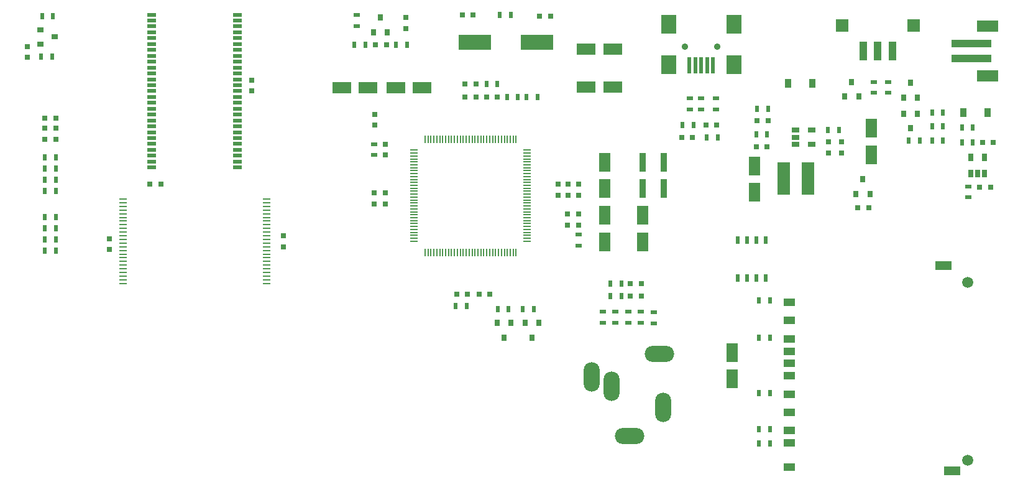
<source format=gbr>
G04 #@! TF.FileFunction,Soldermask,Top*
%FSLAX46Y46*%
G04 Gerber Fmt 4.6, Leading zero omitted, Abs format (unit mm)*
G04 Created by KiCad (PCBNEW 4.0.6) date Wednesday, January 03, 2018 'AMt' 09:08:23 AM*
%MOMM*%
%LPD*%
G01*
G04 APERTURE LIST*
%ADD10C,0.100000*%
%ADD11R,5.500000X1.000000*%
%ADD12R,3.000000X1.600000*%
%ADD13R,0.800000X0.750000*%
%ADD14R,0.750000X0.800000*%
%ADD15R,2.600000X1.600000*%
%ADD16R,1.600000X2.600000*%
%ADD17R,0.900000X1.200000*%
%ADD18R,0.500000X2.300000*%
%ADD19R,2.000000X2.500000*%
%ADD20C,0.900000*%
%ADD21R,0.900000X0.500000*%
%ADD22R,0.500000X0.900000*%
%ADD23R,0.800000X0.900000*%
%ADD24R,0.900000X0.800000*%
%ADD25R,1.700000X1.700000*%
%ADD26R,1.000000X2.550000*%
%ADD27R,0.650000X1.060000*%
%ADD28R,1.000000X0.200000*%
%ADD29R,0.200000X1.000000*%
%ADD30R,1.060000X0.650000*%
%ADD31R,1.100000X0.250000*%
%ADD32R,1.200000X0.600000*%
%ADD33O,2.200000X4.000000*%
%ADD34O,4.000000X2.200000*%
%ADD35R,1.500000X1.000000*%
%ADD36R,2.200000X1.200000*%
%ADD37C,1.500000*%
%ADD38R,4.500000X2.000000*%
%ADD39R,1.750000X4.500000*%
%ADD40R,0.500000X1.100000*%
%ADD41R,0.900000X2.500000*%
G04 APERTURE END LIST*
D10*
D11*
X202646500Y-67580000D03*
X202646500Y-69580000D03*
D12*
X204896500Y-65180000D03*
X204896500Y-71980000D03*
D13*
X204164500Y-81026000D03*
X205664500Y-81026000D03*
D14*
X122809000Y-87896000D03*
X122809000Y-89396000D03*
X121285000Y-87896000D03*
X121285000Y-89396000D03*
X122847100Y-82753900D03*
X122847100Y-81253900D03*
D15*
X116881500Y-73596500D03*
X120481500Y-73596500D03*
X127847500Y-73596500D03*
X124247500Y-73596500D03*
D14*
X121373900Y-77189900D03*
X121373900Y-78689900D03*
D13*
X122987500Y-67754500D03*
X121487500Y-67754500D03*
X166509000Y-78676500D03*
X168009000Y-78676500D03*
D14*
X125666500Y-65520000D03*
X125666500Y-64020000D03*
D13*
X203783500Y-87122000D03*
X205283500Y-87122000D03*
X163207000Y-80327500D03*
X164707000Y-80327500D03*
X134798500Y-63690500D03*
X133298500Y-63690500D03*
X143839500Y-63817500D03*
X145339500Y-63817500D03*
X134036500Y-101663500D03*
X132536500Y-101663500D03*
X135179500Y-73088500D03*
X133679500Y-73088500D03*
X137084500Y-101663500D03*
X135584500Y-101663500D03*
X133679500Y-74866500D03*
X135179500Y-74866500D03*
X138100500Y-74866500D03*
X136600500Y-74866500D03*
D16*
X189039500Y-82699000D03*
X189039500Y-79099000D03*
D14*
X184975500Y-82474500D03*
X184975500Y-80974500D03*
X183197500Y-82474500D03*
X183197500Y-80974500D03*
D15*
X150219000Y-73533000D03*
X153819000Y-73533000D03*
X150219000Y-68326000D03*
X153819000Y-68326000D03*
D13*
X173494000Y-78105000D03*
X174994000Y-78105000D03*
D14*
X146367500Y-88189500D03*
X146367500Y-86689500D03*
X149161500Y-86689500D03*
X149161500Y-88189500D03*
D13*
X188710000Y-89916000D03*
X187210000Y-89916000D03*
D14*
X147764500Y-88189500D03*
X147764500Y-86689500D03*
D16*
X152717500Y-87334500D03*
X152717500Y-83734500D03*
X173101000Y-87842500D03*
X173101000Y-84242500D03*
X152717500Y-90973500D03*
X152717500Y-94573500D03*
D13*
X174867000Y-81661000D03*
X173367000Y-81661000D03*
D14*
X149161500Y-92253500D03*
X149161500Y-90753500D03*
D16*
X157924500Y-90973500D03*
X157924500Y-94573500D03*
D14*
X147637500Y-92253500D03*
X147637500Y-90753500D03*
X108966000Y-95238000D03*
X108966000Y-93738000D03*
D13*
X92253500Y-86677500D03*
X90753500Y-86677500D03*
X156222000Y-100266500D03*
X157722000Y-100266500D03*
X156222000Y-101917500D03*
X157722000Y-101917500D03*
D14*
X85217000Y-94119000D03*
X85217000Y-95619000D03*
X104648000Y-74029000D03*
X104648000Y-72529000D03*
X74041000Y-69457000D03*
X74041000Y-67957000D03*
D13*
X77966000Y-80645000D03*
X76466000Y-80645000D03*
D16*
X170053000Y-113242500D03*
X170053000Y-109642500D03*
D13*
X77966000Y-77724000D03*
X76466000Y-77724000D03*
X77974733Y-79092400D03*
X76474733Y-79092400D03*
D17*
X181037500Y-73025000D03*
X177737500Y-73025000D03*
X201613500Y-76962000D03*
X204913500Y-76962000D03*
D18*
X167462000Y-70554500D03*
X166662000Y-70554500D03*
X165862000Y-70554500D03*
X165062000Y-70554500D03*
X164262000Y-70554500D03*
D19*
X170312000Y-70454500D03*
X170312000Y-64954500D03*
X161412000Y-70454500D03*
X161412000Y-64954500D03*
D20*
X168062000Y-67954500D03*
X163662000Y-67954500D03*
D21*
X167894000Y-76505500D03*
X167894000Y-75005500D03*
D22*
X173367000Y-79946500D03*
X174867000Y-79946500D03*
D21*
X154178000Y-105588500D03*
X154178000Y-104088500D03*
X155956000Y-105588500D03*
X155956000Y-104088500D03*
X152463500Y-105588500D03*
X152463500Y-104088500D03*
X157670500Y-105588500D03*
X157670500Y-104088500D03*
X159385000Y-105652000D03*
X159385000Y-104152000D03*
D23*
X121224000Y-66024000D03*
X123124000Y-66024000D03*
X122174000Y-64024000D03*
X193423500Y-74914000D03*
X195323500Y-74914000D03*
X194373500Y-72914000D03*
X185422500Y-74787000D03*
X187322500Y-74787000D03*
X186372500Y-72787000D03*
X195323500Y-77105000D03*
X193423500Y-77105000D03*
X194373500Y-79105000D03*
X143761500Y-105616500D03*
X141861500Y-105616500D03*
X142811500Y-107616500D03*
X139951500Y-105616500D03*
X138051500Y-105616500D03*
X139001500Y-107616500D03*
D24*
X75835000Y-65725000D03*
X75835000Y-67625000D03*
X77835000Y-66675000D03*
D22*
X201370500Y-81026000D03*
X202870500Y-81026000D03*
D21*
X121323100Y-82753900D03*
X121323100Y-81253900D03*
D22*
X125781500Y-67754500D03*
X124281500Y-67754500D03*
X168136000Y-80327500D03*
X166636000Y-80327500D03*
X164834000Y-78676500D03*
X163334000Y-78676500D03*
D21*
X189420500Y-72783000D03*
X189420500Y-74283000D03*
D22*
X141553500Y-103695500D03*
X143053500Y-103695500D03*
X197306500Y-76962000D03*
X198806500Y-76962000D03*
X197306500Y-80772000D03*
X198806500Y-80772000D03*
D21*
X149161500Y-93547500D03*
X149161500Y-95047500D03*
D22*
X194131500Y-80772000D03*
X195631500Y-80772000D03*
X153491500Y-100266500D03*
X154991500Y-100266500D03*
X153491500Y-101917500D03*
X154991500Y-101917500D03*
X173748000Y-121983500D03*
X175248000Y-121983500D03*
X173748000Y-120078500D03*
X175248000Y-120078500D03*
X173748000Y-115125500D03*
X175248000Y-115125500D03*
X173748000Y-107632500D03*
X175248000Y-107632500D03*
X173748000Y-102552500D03*
X175248000Y-102552500D03*
X132409500Y-103314500D03*
X133909500Y-103314500D03*
X77585000Y-63881000D03*
X76085000Y-63881000D03*
X77458000Y-69342000D03*
X75958000Y-69342000D03*
D25*
X185028500Y-65106000D03*
X194828500Y-65106000D03*
D26*
X187928500Y-68581000D03*
X189928500Y-68581000D03*
X191928500Y-68581000D03*
D27*
X202567500Y-85301000D03*
X203517500Y-85301000D03*
X204467500Y-85301000D03*
X204467500Y-83101000D03*
X202567500Y-83101000D03*
D28*
X126754900Y-82077700D03*
X126754900Y-82477700D03*
X126754900Y-82877700D03*
X126754900Y-83277700D03*
X126754900Y-83677700D03*
X126754900Y-84077700D03*
X126754900Y-84477700D03*
X126754900Y-84877700D03*
X126754900Y-85277700D03*
X126754900Y-85677700D03*
X126754900Y-86077700D03*
X126754900Y-86477700D03*
X126754900Y-86877700D03*
X126754900Y-87277700D03*
X126754900Y-87677700D03*
X126754900Y-88077700D03*
X126754900Y-88477700D03*
X126754900Y-88877700D03*
X126754900Y-89277700D03*
X126754900Y-89677700D03*
X126754900Y-90077700D03*
X126754900Y-90477700D03*
X126754900Y-90877700D03*
X126754900Y-91277700D03*
X126754900Y-91677700D03*
X126754900Y-92077700D03*
X126754900Y-92477700D03*
X126754900Y-92877700D03*
X126754900Y-93277700D03*
X126754900Y-93677700D03*
X126754900Y-94077700D03*
X126754900Y-94477700D03*
D29*
X128254900Y-95977700D03*
X128654900Y-95977700D03*
X129054900Y-95977700D03*
X129454900Y-95977700D03*
X129854900Y-95977700D03*
X130254900Y-95977700D03*
X130654900Y-95977700D03*
X131054900Y-95977700D03*
X131454900Y-95977700D03*
X131854900Y-95977700D03*
X132254900Y-95977700D03*
X132654900Y-95977700D03*
X133054900Y-95977700D03*
X133454900Y-95977700D03*
X133854900Y-95977700D03*
X134254900Y-95977700D03*
X134654900Y-95977700D03*
X135054900Y-95977700D03*
X135454900Y-95977700D03*
X135854900Y-95977700D03*
X136254900Y-95977700D03*
X136654900Y-95977700D03*
X137054900Y-95977700D03*
X137454900Y-95977700D03*
X137854900Y-95977700D03*
X138254900Y-95977700D03*
X138654900Y-95977700D03*
X139054900Y-95977700D03*
X139454900Y-95977700D03*
X139854900Y-95977700D03*
X140254900Y-95977700D03*
X140654900Y-95977700D03*
D28*
X142154900Y-94477700D03*
X142154900Y-94077700D03*
X142154900Y-93677700D03*
X142154900Y-93277700D03*
X142154900Y-92877700D03*
X142154900Y-92477700D03*
X142154900Y-92077700D03*
X142154900Y-91677700D03*
X142154900Y-91277700D03*
X142154900Y-90877700D03*
X142154900Y-90477700D03*
X142154900Y-90077700D03*
X142154900Y-89677700D03*
X142154900Y-89277700D03*
X142154900Y-88877700D03*
X142154900Y-88477700D03*
X142154900Y-88077700D03*
X142154900Y-87677700D03*
X142154900Y-87277700D03*
X142154900Y-86877700D03*
X142154900Y-86477700D03*
X142154900Y-86077700D03*
X142154900Y-85677700D03*
X142154900Y-85277700D03*
X142154900Y-84877700D03*
X142154900Y-84477700D03*
X142154900Y-84077700D03*
X142154900Y-83677700D03*
X142154900Y-83277700D03*
X142154900Y-82877700D03*
X142154900Y-82477700D03*
X142154900Y-82077700D03*
D29*
X140654900Y-80577700D03*
X140254900Y-80577700D03*
X139854900Y-80577700D03*
X139454900Y-80577700D03*
X139054900Y-80577700D03*
X138654900Y-80577700D03*
X138254900Y-80577700D03*
X137854900Y-80577700D03*
X137454900Y-80577700D03*
X137054900Y-80577700D03*
X136654900Y-80577700D03*
X136254900Y-80577700D03*
X135854900Y-80577700D03*
X135454900Y-80577700D03*
X135054900Y-80577700D03*
X134654900Y-80577700D03*
X134254900Y-80577700D03*
X133854900Y-80577700D03*
X133454900Y-80577700D03*
X133054900Y-80577700D03*
X132654900Y-80577700D03*
X132254900Y-80577700D03*
X131854900Y-80577700D03*
X131454900Y-80577700D03*
X131054900Y-80577700D03*
X130654900Y-80577700D03*
X130254900Y-80577700D03*
X129854900Y-80577700D03*
X129454900Y-80577700D03*
X129054900Y-80577700D03*
X128654900Y-80577700D03*
X128254900Y-80577700D03*
D30*
X178732000Y-79377500D03*
X178732000Y-80327500D03*
X178732000Y-81277500D03*
X180932000Y-81277500D03*
X180932000Y-79377500D03*
D23*
X186946500Y-88058500D03*
X188846500Y-88058500D03*
X187896500Y-86058500D03*
D31*
X106651000Y-100238000D03*
X87151000Y-88738000D03*
X106651000Y-99738000D03*
X106651000Y-99238000D03*
X106651000Y-98738000D03*
X106651000Y-98238000D03*
X106651000Y-97738000D03*
X106651000Y-97238000D03*
X106651000Y-96738000D03*
X106651000Y-96238000D03*
X106651000Y-95738000D03*
X106651000Y-95238000D03*
X106651000Y-94738000D03*
X106651000Y-94238000D03*
X106651000Y-93738000D03*
X106651000Y-93238000D03*
X106651000Y-92738000D03*
X106651000Y-92238000D03*
X106651000Y-91738000D03*
X106651000Y-91238000D03*
X106651000Y-90738000D03*
X106651000Y-90238000D03*
X106651000Y-89738000D03*
X106651000Y-89238000D03*
X106651000Y-88738000D03*
X87151000Y-89238000D03*
X87151000Y-89738000D03*
X87151000Y-90238000D03*
X87151000Y-90738000D03*
X87151000Y-91238000D03*
X87151000Y-91738000D03*
X87151000Y-92238000D03*
X87151000Y-92738000D03*
X87151000Y-93238000D03*
X87151000Y-93738000D03*
X87151000Y-94238000D03*
X87151000Y-94738000D03*
X87151000Y-95238000D03*
X87151000Y-95738000D03*
X87151000Y-96238000D03*
X87151000Y-96738000D03*
X87151000Y-97238000D03*
X87151000Y-97738000D03*
X87151000Y-98238000D03*
X87151000Y-98738000D03*
X87151000Y-99238000D03*
X87151000Y-99738000D03*
X87151000Y-100238000D03*
D32*
X90987500Y-63641000D03*
X90987500Y-64441000D03*
X90987500Y-65241000D03*
X90987500Y-66041000D03*
X90987500Y-66841000D03*
X90987500Y-67641000D03*
X90987500Y-68441000D03*
X90987500Y-69241000D03*
X90987500Y-70041000D03*
X90987500Y-70841000D03*
X90987500Y-71641000D03*
X90987500Y-72441000D03*
X90987500Y-73241000D03*
X90987500Y-74041000D03*
X90987500Y-74841000D03*
X90987500Y-75641000D03*
X90987500Y-76441000D03*
X90987500Y-77241000D03*
X90987500Y-78041000D03*
X90987500Y-78841000D03*
X90987500Y-79641000D03*
X90987500Y-80441000D03*
X90987500Y-81241000D03*
X90987500Y-82041000D03*
X90987500Y-82841000D03*
X90987500Y-83641000D03*
X90987500Y-84441000D03*
X102687500Y-84441000D03*
X102687500Y-83641000D03*
X102687500Y-82841000D03*
X102687500Y-82041000D03*
X102687500Y-81241000D03*
X102687500Y-80441000D03*
X102687500Y-79641000D03*
X102687500Y-78841000D03*
X102687500Y-78041000D03*
X102687500Y-77241000D03*
X102687500Y-76441000D03*
X102687500Y-75641000D03*
X102687500Y-74841000D03*
X102687500Y-74041000D03*
X102687500Y-73241000D03*
X102687500Y-72441000D03*
X102687500Y-71641000D03*
X102687500Y-70841000D03*
X102687500Y-70041000D03*
X102687500Y-69241000D03*
X102687500Y-68441000D03*
X102687500Y-67641000D03*
X102687500Y-66841000D03*
X102687500Y-66041000D03*
X102687500Y-65241000D03*
X102687500Y-64441000D03*
X102687500Y-63641000D03*
D33*
X160718500Y-117094000D03*
D34*
X160218500Y-109794000D03*
D33*
X153618500Y-114194000D03*
X150918500Y-112994000D03*
D34*
X156118500Y-120994000D03*
D35*
X177842000Y-105290000D03*
X177842000Y-107790000D03*
X177842000Y-111090000D03*
X177842000Y-112790000D03*
X177842000Y-115290000D03*
X177842000Y-117790000D03*
X177842000Y-120210000D03*
X177842000Y-121910000D03*
X177842000Y-102790000D03*
X177842000Y-109440000D03*
X177842000Y-125260000D03*
D36*
X198842000Y-97760000D03*
X200042000Y-125760000D03*
D37*
X202142000Y-100060000D03*
X202142000Y-124260000D03*
D38*
X135005500Y-67373500D03*
X143505500Y-67373500D03*
D22*
X139624500Y-103695500D03*
X138124500Y-103695500D03*
X140894500Y-74866500D03*
X139394500Y-74866500D03*
X136600500Y-73088500D03*
X138100500Y-73088500D03*
X142061500Y-74866500D03*
X143561500Y-74866500D03*
D21*
X165862000Y-75005500D03*
X165862000Y-76505500D03*
X164338000Y-75005500D03*
X164338000Y-76505500D03*
D22*
X197306500Y-78867000D03*
X198806500Y-78867000D03*
D21*
X191325500Y-72783000D03*
X191325500Y-74283000D03*
D22*
X202870500Y-78994000D03*
X201370500Y-78994000D03*
X173494000Y-76454000D03*
X174994000Y-76454000D03*
X183146000Y-79311500D03*
X184646000Y-79311500D03*
X139942000Y-63690500D03*
X138442000Y-63690500D03*
D21*
X202247500Y-87007000D03*
X202247500Y-88507000D03*
X118935500Y-65202500D03*
X118935500Y-63702500D03*
D22*
X118630000Y-67754500D03*
X120130000Y-67754500D03*
D39*
X180377500Y-85915500D03*
X177127500Y-85915500D03*
D40*
X174625000Y-99501000D03*
X174625000Y-94301000D03*
X173355000Y-99501000D03*
X172085000Y-99501000D03*
X170815000Y-99501000D03*
X173355000Y-94301000D03*
X172085000Y-94301000D03*
X170815000Y-94301000D03*
D41*
X160771500Y-83756500D03*
X157871500Y-83756500D03*
X160771500Y-87312500D03*
X157871500Y-87312500D03*
D22*
X77966000Y-83058000D03*
X76466000Y-83058000D03*
X77966000Y-84582000D03*
X76466000Y-84582000D03*
X77966000Y-86106000D03*
X76466000Y-86106000D03*
X77966000Y-87630000D03*
X76466000Y-87630000D03*
X77966000Y-91186000D03*
X76466000Y-91186000D03*
X77966000Y-92710000D03*
X76466000Y-92710000D03*
X77966000Y-94234000D03*
X76466000Y-94234000D03*
X77966000Y-95758000D03*
X76466000Y-95758000D03*
M02*

</source>
